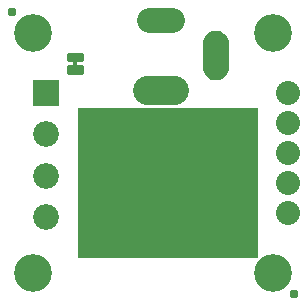
<source format=gbs>
G04 EAGLE Gerber RS-274X export*
G75*
%MOMM*%
%FSLAX34Y34*%
%LPD*%
%INSoldermask Bottom*%
%IPPOS*%
%AMOC8*
5,1,8,0,0,1.08239X$1,22.5*%
G01*
%ADD10R,15.240000X12.700000*%
%ADD11C,0.787400*%
%ADD12C,0.251966*%
%ADD13C,3.200400*%
%ADD14C,2.032000*%
%ADD15R,2.184400X2.184400*%
%ADD16C,2.184400*%
%ADD17C,2.152400*%
%ADD18C,2.452400*%

G36*
X182171Y188626D02*
X182171Y188626D01*
X182201Y188634D01*
X182301Y188649D01*
X184012Y189107D01*
X184041Y189120D01*
X184137Y189153D01*
X185742Y189901D01*
X185768Y189919D01*
X185857Y189968D01*
X187307Y190983D01*
X187330Y191005D01*
X187409Y191069D01*
X188661Y192321D01*
X188680Y192346D01*
X188747Y192423D01*
X189762Y193873D01*
X189776Y193901D01*
X189829Y193988D01*
X190577Y195593D01*
X190586Y195624D01*
X190623Y195718D01*
X191081Y197429D01*
X191084Y197460D01*
X191104Y197559D01*
X191258Y199324D01*
X191257Y199348D01*
X191261Y199390D01*
X191261Y219710D01*
X191260Y219718D01*
X191260Y219719D01*
X191258Y219729D01*
X191257Y219734D01*
X191258Y219776D01*
X191104Y221541D01*
X191096Y221571D01*
X191081Y221671D01*
X190623Y223382D01*
X190610Y223411D01*
X190577Y223507D01*
X189829Y225112D01*
X189811Y225138D01*
X189762Y225227D01*
X188747Y226677D01*
X188725Y226700D01*
X188661Y226779D01*
X187409Y228031D01*
X187384Y228050D01*
X187307Y228117D01*
X185857Y229132D01*
X185829Y229146D01*
X185742Y229199D01*
X184137Y229947D01*
X184106Y229956D01*
X184012Y229993D01*
X182301Y230451D01*
X182270Y230454D01*
X182171Y230474D01*
X180406Y230628D01*
X180375Y230626D01*
X180274Y230628D01*
X178509Y230474D01*
X178479Y230466D01*
X178379Y230451D01*
X176668Y229993D01*
X176639Y229980D01*
X176543Y229947D01*
X174938Y229199D01*
X174912Y229181D01*
X174823Y229132D01*
X173373Y228117D01*
X173350Y228095D01*
X173271Y228031D01*
X172019Y226779D01*
X172000Y226754D01*
X171933Y226677D01*
X170918Y225227D01*
X170904Y225199D01*
X170851Y225112D01*
X170103Y223507D01*
X170094Y223476D01*
X170057Y223382D01*
X169599Y221671D01*
X169596Y221640D01*
X169576Y221541D01*
X169422Y219776D01*
X169423Y219752D01*
X169419Y219710D01*
X169419Y199390D01*
X169423Y199366D01*
X169422Y199324D01*
X169576Y197559D01*
X169584Y197529D01*
X169599Y197429D01*
X170057Y195718D01*
X170070Y195689D01*
X170103Y195593D01*
X170851Y193988D01*
X170869Y193962D01*
X170918Y193873D01*
X171933Y192423D01*
X171955Y192400D01*
X172019Y192321D01*
X173271Y191069D01*
X173296Y191050D01*
X173373Y190983D01*
X174823Y189968D01*
X174851Y189954D01*
X174938Y189901D01*
X176543Y189153D01*
X176574Y189144D01*
X176668Y189107D01*
X178379Y188649D01*
X178410Y188646D01*
X178509Y188626D01*
X180274Y188472D01*
X180305Y188474D01*
X180406Y188472D01*
X182171Y188626D01*
G37*
G36*
X62295Y200672D02*
X62295Y200672D01*
X62361Y200674D01*
X62404Y200692D01*
X62451Y200700D01*
X62508Y200734D01*
X62568Y200759D01*
X62603Y200790D01*
X62644Y200815D01*
X62686Y200866D01*
X62734Y200910D01*
X62756Y200952D01*
X62785Y200989D01*
X62806Y201051D01*
X62837Y201110D01*
X62845Y201164D01*
X62857Y201201D01*
X62856Y201241D01*
X62864Y201295D01*
X62864Y205105D01*
X62853Y205170D01*
X62851Y205236D01*
X62833Y205279D01*
X62825Y205326D01*
X62791Y205383D01*
X62766Y205443D01*
X62735Y205478D01*
X62710Y205519D01*
X62659Y205561D01*
X62615Y205609D01*
X62573Y205631D01*
X62536Y205660D01*
X62474Y205681D01*
X62415Y205712D01*
X62361Y205720D01*
X62324Y205732D01*
X62284Y205731D01*
X62230Y205739D01*
X59690Y205739D01*
X59625Y205728D01*
X59559Y205726D01*
X59516Y205708D01*
X59469Y205700D01*
X59412Y205666D01*
X59352Y205641D01*
X59317Y205610D01*
X59276Y205585D01*
X59235Y205534D01*
X59186Y205490D01*
X59164Y205448D01*
X59135Y205411D01*
X59114Y205349D01*
X59083Y205290D01*
X59075Y205236D01*
X59063Y205199D01*
X59063Y205195D01*
X59063Y205194D01*
X59064Y205159D01*
X59056Y205105D01*
X59056Y201295D01*
X59067Y201230D01*
X59069Y201164D01*
X59087Y201121D01*
X59095Y201074D01*
X59129Y201017D01*
X59154Y200957D01*
X59185Y200922D01*
X59210Y200881D01*
X59261Y200840D01*
X59305Y200791D01*
X59347Y200769D01*
X59384Y200740D01*
X59446Y200719D01*
X59505Y200688D01*
X59559Y200680D01*
X59596Y200668D01*
X59636Y200669D01*
X59690Y200661D01*
X62230Y200661D01*
X62295Y200672D01*
G37*
D10*
X139700Y101600D03*
D11*
X246380Y7620D03*
X7620Y246380D03*
D12*
X55108Y211211D02*
X55108Y205603D01*
X55108Y211211D02*
X66812Y211211D01*
X66812Y205603D01*
X55108Y205603D01*
X55108Y207997D02*
X66812Y207997D01*
X66812Y210391D02*
X55108Y210391D01*
X55108Y200797D02*
X55108Y195189D01*
X55108Y200797D02*
X66812Y200797D01*
X66812Y195189D01*
X55108Y195189D01*
X55108Y197583D02*
X66812Y197583D01*
X66812Y199977D02*
X55108Y199977D01*
D13*
X25400Y228600D03*
X25400Y25400D03*
X228600Y228600D03*
X228600Y25400D03*
D14*
X241300Y177800D03*
X241300Y152400D03*
X241300Y127000D03*
X241300Y101600D03*
X241300Y76200D03*
D15*
X36830Y177800D03*
D16*
X36830Y142800D03*
X36830Y107800D03*
X36830Y72800D03*
D17*
X123350Y240030D02*
X143350Y240030D01*
D18*
X144850Y180340D02*
X121850Y180340D01*
M02*

</source>
